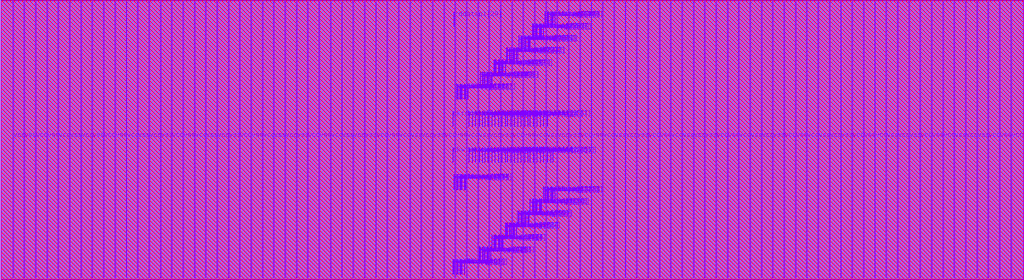
<source format=lef>
VERSION 5.8 ;
BUSBITCHARS "[]" ;
DIVIDERCHAR "/" ;

UNITS
  DATABASE MICRONS 4000 ;
END UNITS

MANUFACTURINGGRID 0.0005 ;

MACRO arf028b256e2r2w0cbbeheaa4acw
  CLASS BLOCK ;
  ORIGIN 0 0 ;
  FOREIGN arf028b256e2r2w0cbbeheaa4acw 0 0 ;
  SIZE 81 BY 22.08 ;
  PIN ckrdp0
    DIRECTION INPUT ;
    USE SIGNAL ;
    PORT
      LAYER m7 ;
        RECT 35.784 12.12 35.828 13.32 ;
    END
  END ckrdp0
  PIN ckrdp1
    DIRECTION INPUT ;
    USE SIGNAL ;
    PORT
      LAYER m7 ;
        RECT 40.112 12.12 40.156 13.32 ;
    END
  END ckrdp1
  PIN ckwrp0
    DIRECTION INPUT ;
    USE SIGNAL ;
    PORT
      LAYER m7 ;
        RECT 35.784 9.24 35.828 10.44 ;
    END
  END ckwrp0
  PIN ckwrp1
    DIRECTION INPUT ;
    USE SIGNAL ;
    PORT
      LAYER m7 ;
        RECT 40.372 9.24 40.416 10.44 ;
    END
  END ckwrp1
  PIN rdaddrp0[0]
    DIRECTION INPUT ;
    USE SIGNAL ;
    PORT
      LAYER m7 ;
        RECT 38.144 12.12 38.188 13.32 ;
    END
  END rdaddrp0[0]
  PIN rdaddrp0[1]
    DIRECTION INPUT ;
    USE SIGNAL ;
    PORT
      LAYER m7 ;
        RECT 38.312 12.12 38.356 13.32 ;
    END
  END rdaddrp0[1]
  PIN rdaddrp0[2]
    DIRECTION INPUT ;
    USE SIGNAL ;
    PORT
      LAYER m7 ;
        RECT 38.572 12.12 38.616 13.32 ;
    END
  END rdaddrp0[2]
  PIN rdaddrp0[3]
    DIRECTION INPUT ;
    USE SIGNAL ;
    PORT
      LAYER m7 ;
        RECT 38.872 12.12 38.916 13.32 ;
    END
  END rdaddrp0[3]
  PIN rdaddrp0[4]
    DIRECTION INPUT ;
    USE SIGNAL ;
    PORT
      LAYER m7 ;
        RECT 39.128 12.12 39.172 13.32 ;
    END
  END rdaddrp0[4]
  PIN rdaddrp0[5]
    DIRECTION INPUT ;
    USE SIGNAL ;
    PORT
      LAYER m7 ;
        RECT 39.384 12.12 39.428 13.32 ;
    END
  END rdaddrp0[5]
  PIN rdaddrp0[6]
    DIRECTION INPUT ;
    USE SIGNAL ;
    PORT
      LAYER m7 ;
        RECT 39.684 12.12 39.728 13.32 ;
    END
  END rdaddrp0[6]
  PIN rdaddrp0[7]
    DIRECTION INPUT ;
    USE SIGNAL ;
    PORT
      LAYER m7 ;
        RECT 39.944 12.12 39.988 13.32 ;
    END
  END rdaddrp0[7]
  PIN rdaddrp0_fd
    DIRECTION INPUT ;
    USE SIGNAL ;
    PORT
      LAYER m7 ;
        RECT 37.072 12.12 37.116 13.32 ;
    END
  END rdaddrp0_fd
  PIN rdaddrp0_rd
    DIRECTION INPUT ;
    USE SIGNAL ;
    PORT
      LAYER m7 ;
        RECT 37.328 12.12 37.372 13.32 ;
    END
  END rdaddrp0_rd
  PIN rdaddrp1[0]
    DIRECTION INPUT ;
    USE SIGNAL ;
    PORT
      LAYER m7 ;
        RECT 41.484 12.12 41.528 13.32 ;
    END
  END rdaddrp1[0]
  PIN rdaddrp1[1]
    DIRECTION INPUT ;
    USE SIGNAL ;
    PORT
      LAYER m7 ;
        RECT 41.744 12.12 41.788 13.32 ;
    END
  END rdaddrp1[1]
  PIN rdaddrp1[2]
    DIRECTION INPUT ;
    USE SIGNAL ;
    PORT
      LAYER m7 ;
        RECT 41.912 12.12 41.956 13.32 ;
    END
  END rdaddrp1[2]
  PIN rdaddrp1[3]
    DIRECTION INPUT ;
    USE SIGNAL ;
    PORT
      LAYER m7 ;
        RECT 42.172 12.12 42.216 13.32 ;
    END
  END rdaddrp1[3]
  PIN rdaddrp1[4]
    DIRECTION INPUT ;
    USE SIGNAL ;
    PORT
      LAYER m7 ;
        RECT 42.472 12.12 42.516 13.32 ;
    END
  END rdaddrp1[4]
  PIN rdaddrp1[5]
    DIRECTION INPUT ;
    USE SIGNAL ;
    PORT
      LAYER m7 ;
        RECT 42.728 12.12 42.772 13.32 ;
    END
  END rdaddrp1[5]
  PIN rdaddrp1[6]
    DIRECTION INPUT ;
    USE SIGNAL ;
    PORT
      LAYER m7 ;
        RECT 42.984 12.12 43.028 13.32 ;
    END
  END rdaddrp1[6]
  PIN rdaddrp1[7]
    DIRECTION INPUT ;
    USE SIGNAL ;
    PORT
      LAYER m7 ;
        RECT 43.284 12.12 43.328 13.32 ;
    END
  END rdaddrp1[7]
  PIN rdaddrp1_fd
    DIRECTION INPUT ;
    USE SIGNAL ;
    PORT
      LAYER m7 ;
        RECT 40.372 12.12 40.416 13.32 ;
    END
  END rdaddrp1_fd
  PIN rdaddrp1_rd
    DIRECTION INPUT ;
    USE SIGNAL ;
    PORT
      LAYER m7 ;
        RECT 40.672 12.12 40.716 13.32 ;
    END
  END rdaddrp1_rd
  PIN rddatap0[0]
    DIRECTION OUTPUT ;
    USE SIGNAL ;
    PORT
      LAYER m7 ;
        RECT 36.344 0.36 36.388 1.56 ;
    END
  END rddatap0[0]
  PIN rddatap0[10]
    DIRECTION OUTPUT ;
    USE SIGNAL ;
    PORT
      LAYER m7 ;
        RECT 42.472 5.16 42.516 6.36 ;
    END
  END rddatap0[10]
  PIN rddatap0[11]
    DIRECTION OUTPUT ;
    USE SIGNAL ;
    PORT
      LAYER m7 ;
        RECT 42.644 5.16 42.688 6.36 ;
    END
  END rddatap0[11]
  PIN rddatap0[12]
    DIRECTION OUTPUT ;
    USE SIGNAL ;
    PORT
      LAYER m7 ;
        RECT 43.544 6.12 43.588 7.32 ;
    END
  END rddatap0[12]
  PIN rddatap0[13]
    DIRECTION OUTPUT ;
    USE SIGNAL ;
    PORT
      LAYER m7 ;
        RECT 43.628 6.12 43.672 7.32 ;
    END
  END rddatap0[13]
  PIN rddatap0[14]
    DIRECTION OUTPUT ;
    USE SIGNAL ;
    PORT
      LAYER m7 ;
        RECT 36.428 7.08 36.472 8.28 ;
    END
  END rddatap0[14]
  PIN rddatap0[15]
    DIRECTION OUTPUT ;
    USE SIGNAL ;
    PORT
      LAYER m7 ;
        RECT 36.512 7.08 36.556 8.28 ;
    END
  END rddatap0[15]
  PIN rddatap0[16]
    DIRECTION OUTPUT ;
    USE SIGNAL ;
    PORT
      LAYER m7 ;
        RECT 36.512 14.28 36.556 15.48 ;
    END
  END rddatap0[16]
  PIN rddatap0[17]
    DIRECTION OUTPUT ;
    USE SIGNAL ;
    PORT
      LAYER m7 ;
        RECT 36.684 14.28 36.728 15.48 ;
    END
  END rddatap0[17]
  PIN rddatap0[18]
    DIRECTION OUTPUT ;
    USE SIGNAL ;
    PORT
      LAYER m7 ;
        RECT 38.484 15.24 38.528 16.44 ;
    END
  END rddatap0[18]
  PIN rddatap0[19]
    DIRECTION OUTPUT ;
    USE SIGNAL ;
    PORT
      LAYER m7 ;
        RECT 38.572 15.24 38.616 16.44 ;
    END
  END rddatap0[19]
  PIN rddatap0[1]
    DIRECTION OUTPUT ;
    USE SIGNAL ;
    PORT
      LAYER m7 ;
        RECT 36.428 0.36 36.472 1.56 ;
    END
  END rddatap0[1]
  PIN rddatap0[20]
    DIRECTION OUTPUT ;
    USE SIGNAL ;
    PORT
      LAYER m7 ;
        RECT 39.472 16.2 39.516 17.4 ;
    END
  END rddatap0[20]
  PIN rddatap0[21]
    DIRECTION OUTPUT ;
    USE SIGNAL ;
    PORT
      LAYER m7 ;
        RECT 39.684 16.2 39.728 17.4 ;
    END
  END rddatap0[21]
  PIN rddatap0[22]
    DIRECTION OUTPUT ;
    USE SIGNAL ;
    PORT
      LAYER m7 ;
        RECT 40.584 17.16 40.628 18.36 ;
    END
  END rddatap0[22]
  PIN rddatap0[23]
    DIRECTION OUTPUT ;
    USE SIGNAL ;
    PORT
      LAYER m7 ;
        RECT 40.672 17.16 40.716 18.36 ;
    END
  END rddatap0[23]
  PIN rddatap0[24]
    DIRECTION OUTPUT ;
    USE SIGNAL ;
    PORT
      LAYER m7 ;
        RECT 41.572 18.12 41.616 19.32 ;
    END
  END rddatap0[24]
  PIN rddatap0[25]
    DIRECTION OUTPUT ;
    USE SIGNAL ;
    PORT
      LAYER m7 ;
        RECT 41.744 18.12 41.788 19.32 ;
    END
  END rddatap0[25]
  PIN rddatap0[26]
    DIRECTION OUTPUT ;
    USE SIGNAL ;
    PORT
      LAYER m7 ;
        RECT 42.644 19.08 42.688 20.28 ;
    END
  END rddatap0[26]
  PIN rddatap0[27]
    DIRECTION OUTPUT ;
    USE SIGNAL ;
    PORT
      LAYER m7 ;
        RECT 42.728 19.08 42.772 20.28 ;
    END
  END rddatap0[27]
  PIN rddatap0[28]
    DIRECTION OUTPUT ;
    USE SIGNAL ;
    PORT
      LAYER m7 ;
        RECT 43.628 20.04 43.672 21.24 ;
    END
  END rddatap0[28]
  PIN rddatap0[29]
    DIRECTION OUTPUT ;
    USE SIGNAL ;
    PORT
      LAYER m7 ;
        RECT 43.712 20.04 43.756 21.24 ;
    END
  END rddatap0[29]
  PIN rddatap0[2]
    DIRECTION OUTPUT ;
    USE SIGNAL ;
    PORT
      LAYER m7 ;
        RECT 38.312 1.32 38.356 2.52 ;
    END
  END rddatap0[2]
  PIN rddatap0[3]
    DIRECTION OUTPUT ;
    USE SIGNAL ;
    PORT
      LAYER m7 ;
        RECT 38.484 1.32 38.528 2.52 ;
    END
  END rddatap0[3]
  PIN rddatap0[4]
    DIRECTION OUTPUT ;
    USE SIGNAL ;
    PORT
      LAYER m7 ;
        RECT 39.384 2.28 39.428 3.48 ;
    END
  END rddatap0[4]
  PIN rddatap0[5]
    DIRECTION OUTPUT ;
    USE SIGNAL ;
    PORT
      LAYER m7 ;
        RECT 39.472 2.28 39.516 3.48 ;
    END
  END rddatap0[5]
  PIN rddatap0[6]
    DIRECTION OUTPUT ;
    USE SIGNAL ;
    PORT
      LAYER m7 ;
        RECT 40.372 3.24 40.416 4.44 ;
    END
  END rddatap0[6]
  PIN rddatap0[7]
    DIRECTION OUTPUT ;
    USE SIGNAL ;
    PORT
      LAYER m7 ;
        RECT 40.584 3.24 40.628 4.44 ;
    END
  END rddatap0[7]
  PIN rddatap0[8]
    DIRECTION OUTPUT ;
    USE SIGNAL ;
    PORT
      LAYER m7 ;
        RECT 41.484 4.2 41.528 5.4 ;
    END
  END rddatap0[8]
  PIN rddatap0[9]
    DIRECTION OUTPUT ;
    USE SIGNAL ;
    PORT
      LAYER m7 ;
        RECT 41.572 4.2 41.616 5.4 ;
    END
  END rddatap0[9]
  PIN rddatap1[0]
    DIRECTION OUTPUT ;
    USE SIGNAL ;
    PORT
      LAYER m7 ;
        RECT 36.512 0.36 36.556 1.56 ;
    END
  END rddatap1[0]
  PIN rddatap1[10]
    DIRECTION OUTPUT ;
    USE SIGNAL ;
    PORT
      LAYER m7 ;
        RECT 42.728 5.16 42.772 6.36 ;
    END
  END rddatap1[10]
  PIN rddatap1[11]
    DIRECTION OUTPUT ;
    USE SIGNAL ;
    PORT
      LAYER m7 ;
        RECT 42.812 5.16 42.856 6.36 ;
    END
  END rddatap1[11]
  PIN rddatap1[12]
    DIRECTION OUTPUT ;
    USE SIGNAL ;
    PORT
      LAYER m7 ;
        RECT 43.712 6.12 43.756 7.32 ;
    END
  END rddatap1[12]
  PIN rddatap1[13]
    DIRECTION OUTPUT ;
    USE SIGNAL ;
    PORT
      LAYER m7 ;
        RECT 43.884 6.12 43.928 7.32 ;
    END
  END rddatap1[13]
  PIN rddatap1[14]
    DIRECTION OUTPUT ;
    USE SIGNAL ;
    PORT
      LAYER m7 ;
        RECT 36.684 7.08 36.728 8.28 ;
    END
  END rddatap1[14]
  PIN rddatap1[15]
    DIRECTION OUTPUT ;
    USE SIGNAL ;
    PORT
      LAYER m7 ;
        RECT 36.772 7.08 36.816 8.28 ;
    END
  END rddatap1[15]
  PIN rddatap1[16]
    DIRECTION OUTPUT ;
    USE SIGNAL ;
    PORT
      LAYER m7 ;
        RECT 36.772 14.28 36.816 15.48 ;
    END
  END rddatap1[16]
  PIN rddatap1[17]
    DIRECTION OUTPUT ;
    USE SIGNAL ;
    PORT
      LAYER m7 ;
        RECT 36.984 14.28 37.028 15.48 ;
    END
  END rddatap1[17]
  PIN rddatap1[18]
    DIRECTION OUTPUT ;
    USE SIGNAL ;
    PORT
      LAYER m7 ;
        RECT 38.784 15.24 38.828 16.44 ;
    END
  END rddatap1[18]
  PIN rddatap1[19]
    DIRECTION OUTPUT ;
    USE SIGNAL ;
    PORT
      LAYER m7 ;
        RECT 38.872 15.24 38.916 16.44 ;
    END
  END rddatap1[19]
  PIN rddatap1[1]
    DIRECTION OUTPUT ;
    USE SIGNAL ;
    PORT
      LAYER m7 ;
        RECT 36.684 0.36 36.728 1.56 ;
    END
  END rddatap1[1]
  PIN rddatap1[20]
    DIRECTION OUTPUT ;
    USE SIGNAL ;
    PORT
      LAYER m7 ;
        RECT 39.772 16.2 39.816 17.4 ;
    END
  END rddatap1[20]
  PIN rddatap1[21]
    DIRECTION OUTPUT ;
    USE SIGNAL ;
    PORT
      LAYER m7 ;
        RECT 39.944 16.2 39.988 17.4 ;
    END
  END rddatap1[21]
  PIN rddatap1[22]
    DIRECTION OUTPUT ;
    USE SIGNAL ;
    PORT
      LAYER m7 ;
        RECT 40.844 17.16 40.888 18.36 ;
    END
  END rddatap1[22]
  PIN rddatap1[23]
    DIRECTION OUTPUT ;
    USE SIGNAL ;
    PORT
      LAYER m7 ;
        RECT 40.928 17.16 40.972 18.36 ;
    END
  END rddatap1[23]
  PIN rddatap1[24]
    DIRECTION OUTPUT ;
    USE SIGNAL ;
    PORT
      LAYER m7 ;
        RECT 41.828 18.12 41.872 19.32 ;
    END
  END rddatap1[24]
  PIN rddatap1[25]
    DIRECTION OUTPUT ;
    USE SIGNAL ;
    PORT
      LAYER m7 ;
        RECT 41.912 18.12 41.956 19.32 ;
    END
  END rddatap1[25]
  PIN rddatap1[26]
    DIRECTION OUTPUT ;
    USE SIGNAL ;
    PORT
      LAYER m7 ;
        RECT 42.812 19.08 42.856 20.28 ;
    END
  END rddatap1[26]
  PIN rddatap1[27]
    DIRECTION OUTPUT ;
    USE SIGNAL ;
    PORT
      LAYER m7 ;
        RECT 42.984 19.08 43.028 20.28 ;
    END
  END rddatap1[27]
  PIN rddatap1[28]
    DIRECTION OUTPUT ;
    USE SIGNAL ;
    PORT
      LAYER m7 ;
        RECT 43.884 20.04 43.928 21.24 ;
    END
  END rddatap1[28]
  PIN rddatap1[29]
    DIRECTION OUTPUT ;
    USE SIGNAL ;
    PORT
      LAYER m7 ;
        RECT 35.872 20.04 35.916 21.24 ;
    END
  END rddatap1[29]
  PIN rddatap1[2]
    DIRECTION OUTPUT ;
    USE SIGNAL ;
    PORT
      LAYER m7 ;
        RECT 38.572 1.32 38.616 2.52 ;
    END
  END rddatap1[2]
  PIN rddatap1[3]
    DIRECTION OUTPUT ;
    USE SIGNAL ;
    PORT
      LAYER m7 ;
        RECT 38.784 1.32 38.828 2.52 ;
    END
  END rddatap1[3]
  PIN rddatap1[4]
    DIRECTION OUTPUT ;
    USE SIGNAL ;
    PORT
      LAYER m7 ;
        RECT 39.684 2.28 39.728 3.48 ;
    END
  END rddatap1[4]
  PIN rddatap1[5]
    DIRECTION OUTPUT ;
    USE SIGNAL ;
    PORT
      LAYER m7 ;
        RECT 39.772 2.28 39.816 3.48 ;
    END
  END rddatap1[5]
  PIN rddatap1[6]
    DIRECTION OUTPUT ;
    USE SIGNAL ;
    PORT
      LAYER m7 ;
        RECT 40.672 3.24 40.716 4.44 ;
    END
  END rddatap1[6]
  PIN rddatap1[7]
    DIRECTION OUTPUT ;
    USE SIGNAL ;
    PORT
      LAYER m7 ;
        RECT 40.844 3.24 40.888 4.44 ;
    END
  END rddatap1[7]
  PIN rddatap1[8]
    DIRECTION OUTPUT ;
    USE SIGNAL ;
    PORT
      LAYER m7 ;
        RECT 41.744 4.2 41.788 5.4 ;
    END
  END rddatap1[8]
  PIN rddatap1[9]
    DIRECTION OUTPUT ;
    USE SIGNAL ;
    PORT
      LAYER m7 ;
        RECT 41.828 4.2 41.872 5.4 ;
    END
  END rddatap1[9]
  PIN rdenp0
    DIRECTION INPUT ;
    USE SIGNAL ;
    PORT
      LAYER m7 ;
        RECT 37.584 12.12 37.628 13.32 ;
    END
  END rdenp0
  PIN rdenp1
    DIRECTION INPUT ;
    USE SIGNAL ;
    PORT
      LAYER m7 ;
        RECT 40.928 12.12 40.972 13.32 ;
    END
  END rdenp1
  PIN sdl_initp0
    DIRECTION INPUT ;
    USE SIGNAL ;
    PORT
      LAYER m7 ;
        RECT 37.884 12.12 37.928 13.32 ;
    END
  END sdl_initp0
  PIN sdl_initp1
    DIRECTION INPUT ;
    USE SIGNAL ;
    PORT
      LAYER m7 ;
        RECT 41.184 12.12 41.228 13.32 ;
    END
  END sdl_initp1
  PIN vcc
    DIRECTION INPUT ;
    USE POWER ;
    PORT
      LAYER m7 ;
        RECT 80.062 0.06 80.138 22.02 ;
    END
    PORT
      LAYER m7 ;
        RECT 78.262 0.06 78.338 22.02 ;
    END
    PORT
      LAYER m7 ;
        RECT 76.462 0.06 76.538 22.02 ;
    END
    PORT
      LAYER m7 ;
        RECT 74.662 0.06 74.738 22.02 ;
    END
    PORT
      LAYER m7 ;
        RECT 72.862 0.06 72.938 22.02 ;
    END
    PORT
      LAYER m7 ;
        RECT 71.062 0.06 71.138 22.02 ;
    END
    PORT
      LAYER m7 ;
        RECT 69.262 0.06 69.338 22.02 ;
    END
    PORT
      LAYER m7 ;
        RECT 67.462 0.06 67.538 22.02 ;
    END
    PORT
      LAYER m7 ;
        RECT 65.662 0.06 65.738 22.02 ;
    END
    PORT
      LAYER m7 ;
        RECT 63.862 0.06 63.938 22.02 ;
    END
    PORT
      LAYER m7 ;
        RECT 62.062 0.06 62.138 22.02 ;
    END
    PORT
      LAYER m7 ;
        RECT 60.262 0.06 60.338 22.02 ;
    END
    PORT
      LAYER m7 ;
        RECT 58.462 0.06 58.538 22.02 ;
    END
    PORT
      LAYER m7 ;
        RECT 56.662 0.06 56.738 22.02 ;
    END
    PORT
      LAYER m7 ;
        RECT 54.862 0.06 54.938 22.02 ;
    END
    PORT
      LAYER m7 ;
        RECT 53.062 0.06 53.138 22.02 ;
    END
    PORT
      LAYER m7 ;
        RECT 51.262 0.06 51.338 22.02 ;
    END
    PORT
      LAYER m7 ;
        RECT 49.462 0.06 49.538 22.02 ;
    END
    PORT
      LAYER m7 ;
        RECT 47.662 0.06 47.738 22.02 ;
    END
    PORT
      LAYER m7 ;
        RECT 45.862 0.06 45.938 22.02 ;
    END
    PORT
      LAYER m7 ;
        RECT 44.062 0.06 44.138 22.02 ;
    END
    PORT
      LAYER m7 ;
        RECT 42.262 0.06 42.338 22.02 ;
    END
    PORT
      LAYER m7 ;
        RECT 40.462 0.06 40.538 22.02 ;
    END
    PORT
      LAYER m7 ;
        RECT 38.662 0.06 38.738 22.02 ;
    END
    PORT
      LAYER m7 ;
        RECT 36.862 0.06 36.938 22.02 ;
    END
    PORT
      LAYER m7 ;
        RECT 35.062 0.06 35.138 22.02 ;
    END
    PORT
      LAYER m7 ;
        RECT 33.262 0.06 33.338 22.02 ;
    END
    PORT
      LAYER m7 ;
        RECT 31.462 0.06 31.538 22.02 ;
    END
    PORT
      LAYER m7 ;
        RECT 29.662 0.06 29.738 22.02 ;
    END
    PORT
      LAYER m7 ;
        RECT 27.862 0.06 27.938 22.02 ;
    END
    PORT
      LAYER m7 ;
        RECT 26.062 0.06 26.138 22.02 ;
    END
    PORT
      LAYER m7 ;
        RECT 24.262 0.06 24.338 22.02 ;
    END
    PORT
      LAYER m7 ;
        RECT 22.462 0.06 22.538 22.02 ;
    END
    PORT
      LAYER m7 ;
        RECT 20.662 0.06 20.738 22.02 ;
    END
    PORT
      LAYER m7 ;
        RECT 18.862 0.06 18.938 22.02 ;
    END
    PORT
      LAYER m7 ;
        RECT 17.062 0.06 17.138 22.02 ;
    END
    PORT
      LAYER m7 ;
        RECT 15.262 0.06 15.338 22.02 ;
    END
    PORT
      LAYER m7 ;
        RECT 13.462 0.06 13.538 22.02 ;
    END
    PORT
      LAYER m7 ;
        RECT 11.662 0.06 11.738 22.02 ;
    END
    PORT
      LAYER m7 ;
        RECT 9.862 0.06 9.938 22.02 ;
    END
    PORT
      LAYER m7 ;
        RECT 8.062 0.06 8.138 22.02 ;
    END
    PORT
      LAYER m7 ;
        RECT 6.262 0.06 6.338 22.02 ;
    END
    PORT
      LAYER m7 ;
        RECT 4.462 0.06 4.538 22.02 ;
    END
    PORT
      LAYER m7 ;
        RECT 2.662 0.06 2.738 22.02 ;
    END
    PORT
      LAYER m7 ;
        RECT 0.862 0.06 0.938 22.02 ;
    END
  END vcc
  PIN vss
    DIRECTION INOUT ;
    USE GROUND ;
    PORT
      LAYER m7 ;
        RECT 79.162 0.06 79.238 22.02 ;
    END
    PORT
      LAYER m7 ;
        RECT 77.362 0.06 77.438 22.02 ;
    END
    PORT
      LAYER m7 ;
        RECT 75.562 0.06 75.638 22.02 ;
    END
    PORT
      LAYER m7 ;
        RECT 73.762 0.06 73.838 22.02 ;
    END
    PORT
      LAYER m7 ;
        RECT 71.962 0.06 72.038 22.02 ;
    END
    PORT
      LAYER m7 ;
        RECT 70.162 0.06 70.238 22.02 ;
    END
    PORT
      LAYER m7 ;
        RECT 68.362 0.06 68.438 22.02 ;
    END
    PORT
      LAYER m7 ;
        RECT 66.562 0.06 66.638 22.02 ;
    END
    PORT
      LAYER m7 ;
        RECT 64.762 0.06 64.838 22.02 ;
    END
    PORT
      LAYER m7 ;
        RECT 62.962 0.06 63.038 22.02 ;
    END
    PORT
      LAYER m7 ;
        RECT 61.162 0.06 61.238 22.02 ;
    END
    PORT
      LAYER m7 ;
        RECT 59.362 0.06 59.438 22.02 ;
    END
    PORT
      LAYER m7 ;
        RECT 57.562 0.06 57.638 22.02 ;
    END
    PORT
      LAYER m7 ;
        RECT 55.762 0.06 55.838 22.02 ;
    END
    PORT
      LAYER m7 ;
        RECT 53.962 0.06 54.038 22.02 ;
    END
    PORT
      LAYER m7 ;
        RECT 52.162 0.06 52.238 22.02 ;
    END
    PORT
      LAYER m7 ;
        RECT 50.362 0.06 50.438 22.02 ;
    END
    PORT
      LAYER m7 ;
        RECT 48.562 0.06 48.638 22.02 ;
    END
    PORT
      LAYER m7 ;
        RECT 46.762 0.06 46.838 22.02 ;
    END
    PORT
      LAYER m7 ;
        RECT 44.962 0.06 45.038 22.02 ;
    END
    PORT
      LAYER m7 ;
        RECT 43.162 0.06 43.238 22.02 ;
    END
    PORT
      LAYER m7 ;
        RECT 41.362 0.06 41.438 22.02 ;
    END
    PORT
      LAYER m7 ;
        RECT 39.562 0.06 39.638 22.02 ;
    END
    PORT
      LAYER m7 ;
        RECT 37.762 0.06 37.838 22.02 ;
    END
    PORT
      LAYER m7 ;
        RECT 35.962 0.06 36.038 22.02 ;
    END
    PORT
      LAYER m7 ;
        RECT 34.162 0.06 34.238 22.02 ;
    END
    PORT
      LAYER m7 ;
        RECT 32.362 0.06 32.438 22.02 ;
    END
    PORT
      LAYER m7 ;
        RECT 30.562 0.06 30.638 22.02 ;
    END
    PORT
      LAYER m7 ;
        RECT 28.762 0.06 28.838 22.02 ;
    END
    PORT
      LAYER m7 ;
        RECT 26.962 0.06 27.038 22.02 ;
    END
    PORT
      LAYER m7 ;
        RECT 25.162 0.06 25.238 22.02 ;
    END
    PORT
      LAYER m7 ;
        RECT 23.362 0.06 23.438 22.02 ;
    END
    PORT
      LAYER m7 ;
        RECT 21.562 0.06 21.638 22.02 ;
    END
    PORT
      LAYER m7 ;
        RECT 19.762 0.06 19.838 22.02 ;
    END
    PORT
      LAYER m7 ;
        RECT 17.962 0.06 18.038 22.02 ;
    END
    PORT
      LAYER m7 ;
        RECT 16.162 0.06 16.238 22.02 ;
    END
    PORT
      LAYER m7 ;
        RECT 14.362 0.06 14.438 22.02 ;
    END
    PORT
      LAYER m7 ;
        RECT 12.562 0.06 12.638 22.02 ;
    END
    PORT
      LAYER m7 ;
        RECT 10.762 0.06 10.838 22.02 ;
    END
    PORT
      LAYER m7 ;
        RECT 8.962 0.06 9.038 22.02 ;
    END
    PORT
      LAYER m7 ;
        RECT 7.162 0.06 7.238 22.02 ;
    END
    PORT
      LAYER m7 ;
        RECT 5.362 0.06 5.438 22.02 ;
    END
    PORT
      LAYER m7 ;
        RECT 3.562 0.06 3.638 22.02 ;
    END
    PORT
      LAYER m7 ;
        RECT 1.762 0.06 1.838 22.02 ;
    END
  END vss
  PIN wraddrp0[0]
    DIRECTION INPUT ;
    USE SIGNAL ;
    PORT
      LAYER m7 ;
        RECT 38.312 9.24 38.356 10.44 ;
    END
  END wraddrp0[0]
  PIN wraddrp0[1]
    DIRECTION INPUT ;
    USE SIGNAL ;
    PORT
      LAYER m7 ;
        RECT 38.572 9.24 38.616 10.44 ;
    END
  END wraddrp0[1]
  PIN wraddrp0[2]
    DIRECTION INPUT ;
    USE SIGNAL ;
    PORT
      LAYER m7 ;
        RECT 38.872 9.24 38.916 10.44 ;
    END
  END wraddrp0[2]
  PIN wraddrp0[3]
    DIRECTION INPUT ;
    USE SIGNAL ;
    PORT
      LAYER m7 ;
        RECT 39.128 9.24 39.172 10.44 ;
    END
  END wraddrp0[3]
  PIN wraddrp0[4]
    DIRECTION INPUT ;
    USE SIGNAL ;
    PORT
      LAYER m7 ;
        RECT 39.384 9.24 39.428 10.44 ;
    END
  END wraddrp0[4]
  PIN wraddrp0[5]
    DIRECTION INPUT ;
    USE SIGNAL ;
    PORT
      LAYER m7 ;
        RECT 39.684 9.24 39.728 10.44 ;
    END
  END wraddrp0[5]
  PIN wraddrp0[6]
    DIRECTION INPUT ;
    USE SIGNAL ;
    PORT
      LAYER m7 ;
        RECT 39.944 9.24 39.988 10.44 ;
    END
  END wraddrp0[6]
  PIN wraddrp0[7]
    DIRECTION INPUT ;
    USE SIGNAL ;
    PORT
      LAYER m7 ;
        RECT 40.112 9.24 40.156 10.44 ;
    END
  END wraddrp0[7]
  PIN wraddrp0_fd
    DIRECTION INPUT ;
    USE SIGNAL ;
    PORT
      LAYER m7 ;
        RECT 37.072 9.24 37.116 10.44 ;
    END
  END wraddrp0_fd
  PIN wraddrp0_rd
    DIRECTION INPUT ;
    USE SIGNAL ;
    PORT
      LAYER m7 ;
        RECT 37.328 9.24 37.372 10.44 ;
    END
  END wraddrp0_rd
  PIN wraddrp1[0]
    DIRECTION INPUT ;
    USE SIGNAL ;
    PORT
      LAYER m7 ;
        RECT 41.912 9.24 41.956 10.44 ;
    END
  END wraddrp1[0]
  PIN wraddrp1[1]
    DIRECTION INPUT ;
    USE SIGNAL ;
    PORT
      LAYER m7 ;
        RECT 42.172 9.24 42.216 10.44 ;
    END
  END wraddrp1[1]
  PIN wraddrp1[2]
    DIRECTION INPUT ;
    USE SIGNAL ;
    PORT
      LAYER m7 ;
        RECT 42.472 9.24 42.516 10.44 ;
    END
  END wraddrp1[2]
  PIN wraddrp1[3]
    DIRECTION INPUT ;
    USE SIGNAL ;
    PORT
      LAYER m7 ;
        RECT 42.728 9.24 42.772 10.44 ;
    END
  END wraddrp1[3]
  PIN wraddrp1[4]
    DIRECTION INPUT ;
    USE SIGNAL ;
    PORT
      LAYER m7 ;
        RECT 42.984 9.24 43.028 10.44 ;
    END
  END wraddrp1[4]
  PIN wraddrp1[5]
    DIRECTION INPUT ;
    USE SIGNAL ;
    PORT
      LAYER m7 ;
        RECT 43.284 9.24 43.328 10.44 ;
    END
  END wraddrp1[5]
  PIN wraddrp1[6]
    DIRECTION INPUT ;
    USE SIGNAL ;
    PORT
      LAYER m7 ;
        RECT 43.544 9.24 43.588 10.44 ;
    END
  END wraddrp1[6]
  PIN wraddrp1[7]
    DIRECTION INPUT ;
    USE SIGNAL ;
    PORT
      LAYER m7 ;
        RECT 43.712 9.24 43.756 10.44 ;
    END
  END wraddrp1[7]
  PIN wraddrp1_fd
    DIRECTION INPUT ;
    USE SIGNAL ;
    PORT
      LAYER m7 ;
        RECT 40.672 9.24 40.716 10.44 ;
    END
  END wraddrp1_fd
  PIN wraddrp1_rd
    DIRECTION INPUT ;
    USE SIGNAL ;
    PORT
      LAYER m7 ;
        RECT 40.928 9.24 40.972 10.44 ;
    END
  END wraddrp1_rd
  PIN wrdatap0[0]
    DIRECTION INPUT ;
    USE SIGNAL ;
    PORT
      LAYER m7 ;
        RECT 35.784 0.36 35.828 1.56 ;
    END
  END wrdatap0[0]
  PIN wrdatap0[10]
    DIRECTION INPUT ;
    USE SIGNAL ;
    PORT
      LAYER m7 ;
        RECT 41.912 5.16 41.956 6.36 ;
    END
  END wrdatap0[10]
  PIN wrdatap0[11]
    DIRECTION INPUT ;
    USE SIGNAL ;
    PORT
      LAYER m7 ;
        RECT 42.084 5.16 42.128 6.36 ;
    END
  END wrdatap0[11]
  PIN wrdatap0[12]
    DIRECTION INPUT ;
    USE SIGNAL ;
    PORT
      LAYER m7 ;
        RECT 42.984 6.12 43.028 7.32 ;
    END
  END wrdatap0[12]
  PIN wrdatap0[13]
    DIRECTION INPUT ;
    USE SIGNAL ;
    PORT
      LAYER m7 ;
        RECT 43.072 6.12 43.116 7.32 ;
    END
  END wrdatap0[13]
  PIN wrdatap0[14]
    DIRECTION INPUT ;
    USE SIGNAL ;
    PORT
      LAYER m7 ;
        RECT 35.872 7.08 35.916 8.28 ;
    END
  END wrdatap0[14]
  PIN wrdatap0[15]
    DIRECTION INPUT ;
    USE SIGNAL ;
    PORT
      LAYER m7 ;
        RECT 36.084 7.08 36.128 8.28 ;
    END
  END wrdatap0[15]
  PIN wrdatap0[16]
    DIRECTION INPUT ;
    USE SIGNAL ;
    PORT
      LAYER m7 ;
        RECT 36.084 14.28 36.128 15.48 ;
    END
  END wrdatap0[16]
  PIN wrdatap0[17]
    DIRECTION INPUT ;
    USE SIGNAL ;
    PORT
      LAYER m7 ;
        RECT 36.172 14.28 36.216 15.48 ;
    END
  END wrdatap0[17]
  PIN wrdatap0[18]
    DIRECTION INPUT ;
    USE SIGNAL ;
    PORT
      LAYER m7 ;
        RECT 37.972 15.24 38.016 16.44 ;
    END
  END wrdatap0[18]
  PIN wrdatap0[19]
    DIRECTION INPUT ;
    USE SIGNAL ;
    PORT
      LAYER m7 ;
        RECT 38.144 15.24 38.188 16.44 ;
    END
  END wrdatap0[19]
  PIN wrdatap0[1]
    DIRECTION INPUT ;
    USE SIGNAL ;
    PORT
      LAYER m7 ;
        RECT 35.872 0.36 35.916 1.56 ;
    END
  END wrdatap0[1]
  PIN wrdatap0[20]
    DIRECTION INPUT ;
    USE SIGNAL ;
    PORT
      LAYER m7 ;
        RECT 39.044 16.2 39.088 17.4 ;
    END
  END wrdatap0[20]
  PIN wrdatap0[21]
    DIRECTION INPUT ;
    USE SIGNAL ;
    PORT
      LAYER m7 ;
        RECT 39.128 16.2 39.172 17.4 ;
    END
  END wrdatap0[21]
  PIN wrdatap0[22]
    DIRECTION INPUT ;
    USE SIGNAL ;
    PORT
      LAYER m7 ;
        RECT 40.028 17.16 40.072 18.36 ;
    END
  END wrdatap0[22]
  PIN wrdatap0[23]
    DIRECTION INPUT ;
    USE SIGNAL ;
    PORT
      LAYER m7 ;
        RECT 40.112 17.16 40.156 18.36 ;
    END
  END wrdatap0[23]
  PIN wrdatap0[24]
    DIRECTION INPUT ;
    USE SIGNAL ;
    PORT
      LAYER m7 ;
        RECT 41.012 18.12 41.056 19.32 ;
    END
  END wrdatap0[24]
  PIN wrdatap0[25]
    DIRECTION INPUT ;
    USE SIGNAL ;
    PORT
      LAYER m7 ;
        RECT 41.184 18.12 41.228 19.32 ;
    END
  END wrdatap0[25]
  PIN wrdatap0[26]
    DIRECTION INPUT ;
    USE SIGNAL ;
    PORT
      LAYER m7 ;
        RECT 42.084 19.08 42.128 20.28 ;
    END
  END wrdatap0[26]
  PIN wrdatap0[27]
    DIRECTION INPUT ;
    USE SIGNAL ;
    PORT
      LAYER m7 ;
        RECT 42.172 19.08 42.216 20.28 ;
    END
  END wrdatap0[27]
  PIN wrdatap0[28]
    DIRECTION INPUT ;
    USE SIGNAL ;
    PORT
      LAYER m7 ;
        RECT 43.072 20.04 43.116 21.24 ;
    END
  END wrdatap0[28]
  PIN wrdatap0[29]
    DIRECTION INPUT ;
    USE SIGNAL ;
    PORT
      LAYER m7 ;
        RECT 43.284 20.04 43.328 21.24 ;
    END
  END wrdatap0[29]
  PIN wrdatap0[2]
    DIRECTION INPUT ;
    USE SIGNAL ;
    PORT
      LAYER m7 ;
        RECT 37.884 1.32 37.928 2.52 ;
    END
  END wrdatap0[2]
  PIN wrdatap0[3]
    DIRECTION INPUT ;
    USE SIGNAL ;
    PORT
      LAYER m7 ;
        RECT 37.972 1.32 38.016 2.52 ;
    END
  END wrdatap0[3]
  PIN wrdatap0[4]
    DIRECTION INPUT ;
    USE SIGNAL ;
    PORT
      LAYER m7 ;
        RECT 38.872 2.28 38.916 3.48 ;
    END
  END wrdatap0[4]
  PIN wrdatap0[5]
    DIRECTION INPUT ;
    USE SIGNAL ;
    PORT
      LAYER m7 ;
        RECT 39.044 2.28 39.088 3.48 ;
    END
  END wrdatap0[5]
  PIN wrdatap0[6]
    DIRECTION INPUT ;
    USE SIGNAL ;
    PORT
      LAYER m7 ;
        RECT 39.944 3.24 39.988 4.44 ;
    END
  END wrdatap0[6]
  PIN wrdatap0[7]
    DIRECTION INPUT ;
    USE SIGNAL ;
    PORT
      LAYER m7 ;
        RECT 40.028 3.24 40.072 4.44 ;
    END
  END wrdatap0[7]
  PIN wrdatap0[8]
    DIRECTION INPUT ;
    USE SIGNAL ;
    PORT
      LAYER m7 ;
        RECT 40.928 4.2 40.972 5.4 ;
    END
  END wrdatap0[8]
  PIN wrdatap0[9]
    DIRECTION INPUT ;
    USE SIGNAL ;
    PORT
      LAYER m7 ;
        RECT 41.012 4.2 41.056 5.4 ;
    END
  END wrdatap0[9]
  PIN wrdatap0_fd
    DIRECTION INPUT ;
    USE SIGNAL ;
    PORT
      LAYER m7 ;
        RECT 37.884 9.24 37.928 10.44 ;
    END
  END wrdatap0_fd
  PIN wrdatap0_rd
    DIRECTION INPUT ;
    USE SIGNAL ;
    PORT
      LAYER m7 ;
        RECT 38.144 9.24 38.188 10.44 ;
    END
  END wrdatap0_rd
  PIN wrdatap1[0]
    DIRECTION INPUT ;
    USE SIGNAL ;
    PORT
      LAYER m7 ;
        RECT 36.084 0.36 36.128 1.56 ;
    END
  END wrdatap1[0]
  PIN wrdatap1[10]
    DIRECTION INPUT ;
    USE SIGNAL ;
    PORT
      LAYER m7 ;
        RECT 42.172 5.16 42.216 6.36 ;
    END
  END wrdatap1[10]
  PIN wrdatap1[11]
    DIRECTION INPUT ;
    USE SIGNAL ;
    PORT
      LAYER m7 ;
        RECT 42.384 5.16 42.428 6.36 ;
    END
  END wrdatap1[11]
  PIN wrdatap1[12]
    DIRECTION INPUT ;
    USE SIGNAL ;
    PORT
      LAYER m7 ;
        RECT 43.284 6.12 43.328 7.32 ;
    END
  END wrdatap1[12]
  PIN wrdatap1[13]
    DIRECTION INPUT ;
    USE SIGNAL ;
    PORT
      LAYER m7 ;
        RECT 43.372 6.12 43.416 7.32 ;
    END
  END wrdatap1[13]
  PIN wrdatap1[14]
    DIRECTION INPUT ;
    USE SIGNAL ;
    PORT
      LAYER m7 ;
        RECT 36.172 7.08 36.216 8.28 ;
    END
  END wrdatap1[14]
  PIN wrdatap1[15]
    DIRECTION INPUT ;
    USE SIGNAL ;
    PORT
      LAYER m7 ;
        RECT 36.344 7.08 36.388 8.28 ;
    END
  END wrdatap1[15]
  PIN wrdatap1[16]
    DIRECTION INPUT ;
    USE SIGNAL ;
    PORT
      LAYER m7 ;
        RECT 36.344 14.28 36.388 15.48 ;
    END
  END wrdatap1[16]
  PIN wrdatap1[17]
    DIRECTION INPUT ;
    USE SIGNAL ;
    PORT
      LAYER m7 ;
        RECT 36.428 14.28 36.472 15.48 ;
    END
  END wrdatap1[17]
  PIN wrdatap1[18]
    DIRECTION INPUT ;
    USE SIGNAL ;
    PORT
      LAYER m7 ;
        RECT 38.228 15.24 38.272 16.44 ;
    END
  END wrdatap1[18]
  PIN wrdatap1[19]
    DIRECTION INPUT ;
    USE SIGNAL ;
    PORT
      LAYER m7 ;
        RECT 38.312 15.24 38.356 16.44 ;
    END
  END wrdatap1[19]
  PIN wrdatap1[1]
    DIRECTION INPUT ;
    USE SIGNAL ;
    PORT
      LAYER m7 ;
        RECT 36.172 0.36 36.216 1.56 ;
    END
  END wrdatap1[1]
  PIN wrdatap1[20]
    DIRECTION INPUT ;
    USE SIGNAL ;
    PORT
      LAYER m7 ;
        RECT 39.212 16.2 39.256 17.4 ;
    END
  END wrdatap1[20]
  PIN wrdatap1[21]
    DIRECTION INPUT ;
    USE SIGNAL ;
    PORT
      LAYER m7 ;
        RECT 39.384 16.2 39.428 17.4 ;
    END
  END wrdatap1[21]
  PIN wrdatap1[22]
    DIRECTION INPUT ;
    USE SIGNAL ;
    PORT
      LAYER m7 ;
        RECT 40.284 17.16 40.328 18.36 ;
    END
  END wrdatap1[22]
  PIN wrdatap1[23]
    DIRECTION INPUT ;
    USE SIGNAL ;
    PORT
      LAYER m7 ;
        RECT 40.372 17.16 40.416 18.36 ;
    END
  END wrdatap1[23]
  PIN wrdatap1[24]
    DIRECTION INPUT ;
    USE SIGNAL ;
    PORT
      LAYER m7 ;
        RECT 41.272 18.12 41.316 19.32 ;
    END
  END wrdatap1[24]
  PIN wrdatap1[25]
    DIRECTION INPUT ;
    USE SIGNAL ;
    PORT
      LAYER m7 ;
        RECT 41.484 18.12 41.528 19.32 ;
    END
  END wrdatap1[25]
  PIN wrdatap1[26]
    DIRECTION INPUT ;
    USE SIGNAL ;
    PORT
      LAYER m7 ;
        RECT 42.384 19.08 42.428 20.28 ;
    END
  END wrdatap1[26]
  PIN wrdatap1[27]
    DIRECTION INPUT ;
    USE SIGNAL ;
    PORT
      LAYER m7 ;
        RECT 42.472 19.08 42.516 20.28 ;
    END
  END wrdatap1[27]
  PIN wrdatap1[28]
    DIRECTION INPUT ;
    USE SIGNAL ;
    PORT
      LAYER m7 ;
        RECT 43.372 20.04 43.416 21.24 ;
    END
  END wrdatap1[28]
  PIN wrdatap1[29]
    DIRECTION INPUT ;
    USE SIGNAL ;
    PORT
      LAYER m7 ;
        RECT 43.544 20.04 43.588 21.24 ;
    END
  END wrdatap1[29]
  PIN wrdatap1[2]
    DIRECTION INPUT ;
    USE SIGNAL ;
    PORT
      LAYER m7 ;
        RECT 38.144 1.32 38.188 2.52 ;
    END
  END wrdatap1[2]
  PIN wrdatap1[3]
    DIRECTION INPUT ;
    USE SIGNAL ;
    PORT
      LAYER m7 ;
        RECT 38.228 1.32 38.272 2.52 ;
    END
  END wrdatap1[3]
  PIN wrdatap1[4]
    DIRECTION INPUT ;
    USE SIGNAL ;
    PORT
      LAYER m7 ;
        RECT 39.128 2.28 39.172 3.48 ;
    END
  END wrdatap1[4]
  PIN wrdatap1[5]
    DIRECTION INPUT ;
    USE SIGNAL ;
    PORT
      LAYER m7 ;
        RECT 39.212 2.28 39.256 3.48 ;
    END
  END wrdatap1[5]
  PIN wrdatap1[6]
    DIRECTION INPUT ;
    USE SIGNAL ;
    PORT
      LAYER m7 ;
        RECT 40.112 3.24 40.156 4.44 ;
    END
  END wrdatap1[6]
  PIN wrdatap1[7]
    DIRECTION INPUT ;
    USE SIGNAL ;
    PORT
      LAYER m7 ;
        RECT 40.284 3.24 40.328 4.44 ;
    END
  END wrdatap1[7]
  PIN wrdatap1[8]
    DIRECTION INPUT ;
    USE SIGNAL ;
    PORT
      LAYER m7 ;
        RECT 41.184 4.2 41.228 5.4 ;
    END
  END wrdatap1[8]
  PIN wrdatap1[9]
    DIRECTION INPUT ;
    USE SIGNAL ;
    PORT
      LAYER m7 ;
        RECT 41.272 4.2 41.316 5.4 ;
    END
  END wrdatap1[9]
  PIN wrdatap1_fd
    DIRECTION INPUT ;
    USE SIGNAL ;
    PORT
      LAYER m7 ;
        RECT 41.484 9.24 41.528 10.44 ;
    END
  END wrdatap1_fd
  PIN wrdatap1_rd
    DIRECTION INPUT ;
    USE SIGNAL ;
    PORT
      LAYER m7 ;
        RECT 41.744 9.24 41.788 10.44 ;
    END
  END wrdatap1_rd
  PIN wrenp0
    DIRECTION INPUT ;
    USE SIGNAL ;
    PORT
      LAYER m7 ;
        RECT 37.584 9.24 37.628 10.44 ;
    END
  END wrenp0
  PIN wrenp1
    DIRECTION INPUT ;
    USE SIGNAL ;
    PORT
      LAYER m7 ;
        RECT 41.184 9.24 41.228 10.44 ;
    END
  END wrenp1
  OBS
    LAYER m0 SPACING 0 ;
      RECT 0 0 81 22.08 ;
    LAYER m1 SPACING 0 ;
      RECT 0 0 81 22.08 ;
    LAYER m2 SPACING 0 ;
      RECT -0.0705 -0.038 81.0705 22.118 ;
    LAYER m3 SPACING 0 ;
      RECT -0.035 -0.07 81.035 22.15 ;
    LAYER m4 SPACING 0 ;
      RECT -0.07 -0.038 81.07 22.118 ;
    LAYER m5 SPACING 0 ;
      RECT -0.059 -0.09 81.059 22.17 ;
    LAYER m6 SPACING 0 ;
      RECT -0.09 -0.062 81.09 22.142 ;
    LAYER m7 SPACING 0 ;
      RECT -0.092 -0.06 81.092 22.14 ;
  END
END arf028b256e2r2w0cbbeheaa4acw
END LIBRARY

</source>
